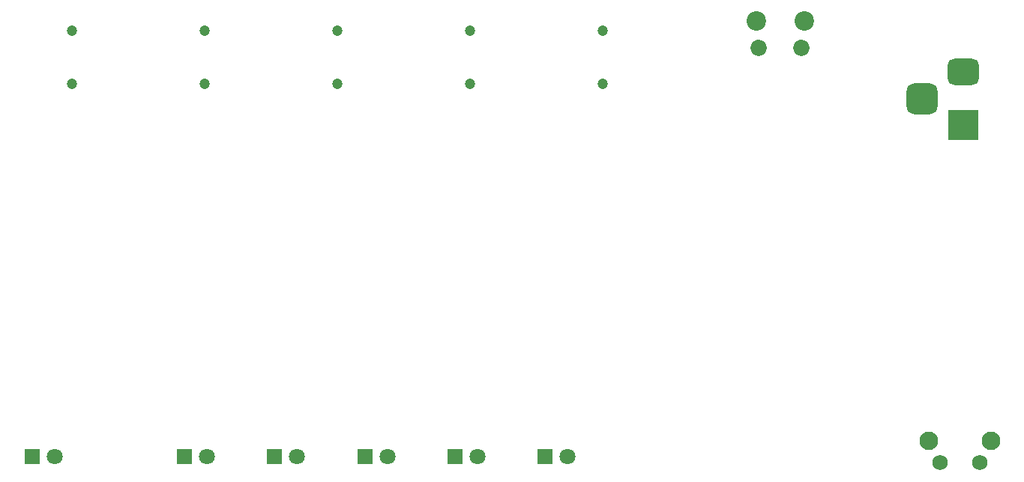
<source format=gbr>
%TF.GenerationSoftware,KiCad,Pcbnew,9.0.2*%
%TF.CreationDate,2025-06-10T03:02:46+08:00*%
%TF.ProjectId,quad_audio_switch,71756164-5f61-4756-9469-6f5f73776974,rev?*%
%TF.SameCoordinates,Original*%
%TF.FileFunction,Soldermask,Bot*%
%TF.FilePolarity,Negative*%
%FSLAX46Y46*%
G04 Gerber Fmt 4.6, Leading zero omitted, Abs format (unit mm)*
G04 Created by KiCad (PCBNEW 9.0.2) date 2025-06-10 03:02:46*
%MOMM*%
%LPD*%
G01*
G04 APERTURE LIST*
G04 Aperture macros list*
%AMRoundRect*
0 Rectangle with rounded corners*
0 $1 Rounding radius*
0 $2 $3 $4 $5 $6 $7 $8 $9 X,Y pos of 4 corners*
0 Add a 4 corners polygon primitive as box body*
4,1,4,$2,$3,$4,$5,$6,$7,$8,$9,$2,$3,0*
0 Add four circle primitives for the rounded corners*
1,1,$1+$1,$2,$3*
1,1,$1+$1,$4,$5*
1,1,$1+$1,$6,$7*
1,1,$1+$1,$8,$9*
0 Add four rect primitives between the rounded corners*
20,1,$1+$1,$2,$3,$4,$5,0*
20,1,$1+$1,$4,$5,$6,$7,0*
20,1,$1+$1,$6,$7,$8,$9,0*
20,1,$1+$1,$8,$9,$2,$3,0*%
G04 Aperture macros list end*
%ADD10C,1.800000*%
%ADD11R,1.800000X1.800000*%
%ADD12C,1.200000*%
%ADD13C,2.200000*%
%ADD14C,1.850000*%
%ADD15RoundRect,0.875000X-0.875000X0.875000X-0.875000X-0.875000X0.875000X-0.875000X0.875000X0.875000X0*%
%ADD16RoundRect,0.750000X-1.000000X0.750000X-1.000000X-0.750000X1.000000X-0.750000X1.000000X0.750000X0*%
%ADD17R,3.500000X3.500000*%
%ADD18C,2.100000*%
%ADD19C,1.750000*%
G04 APERTURE END LIST*
D10*
%TO.C,D6*%
X101392545Y-108700000D03*
D11*
X98852545Y-108700000D03*
%TD*%
D10*
%TO.C,D1*%
X118580364Y-108700000D03*
D11*
X116040364Y-108700000D03*
%TD*%
D10*
%TO.C,D2*%
X128760273Y-108700000D03*
D11*
X126220273Y-108700000D03*
%TD*%
D10*
%TO.C,D3*%
X138940182Y-108700000D03*
D11*
X136400182Y-108700000D03*
%TD*%
D10*
%TO.C,D4*%
X149120091Y-108700000D03*
D11*
X146580091Y-108700000D03*
%TD*%
%TO.C,D5*%
X156760000Y-108700000D03*
D10*
X159300000Y-108700000D03*
%TD*%
D12*
%TO.C,J1*%
X163300000Y-66500000D03*
X163300000Y-60500000D03*
%TD*%
%TO.C,J3*%
X133300000Y-66500000D03*
X133300000Y-60500000D03*
%TD*%
%TO.C,J2*%
X148300000Y-66500000D03*
X148300000Y-60500000D03*
%TD*%
%TO.C,J4*%
X118300000Y-60500000D03*
X118300000Y-66500000D03*
%TD*%
%TO.C,J9*%
X103300000Y-66500000D03*
X103300000Y-60500000D03*
%TD*%
D13*
%TO.C,A1*%
X186035000Y-59400000D03*
D14*
X185735000Y-62430000D03*
X180885000Y-62430000D03*
D13*
X180585000Y-59400000D03*
%TD*%
D15*
%TO.C,J11*%
X199300000Y-68200000D03*
D16*
X204000000Y-65200000D03*
D17*
X204000000Y-71200000D03*
%TD*%
D18*
%TO.C,SW1*%
X207100000Y-106900000D03*
X200090000Y-106899999D03*
D19*
X205850000Y-109389999D03*
X201349999Y-109389999D03*
%TD*%
M02*

</source>
